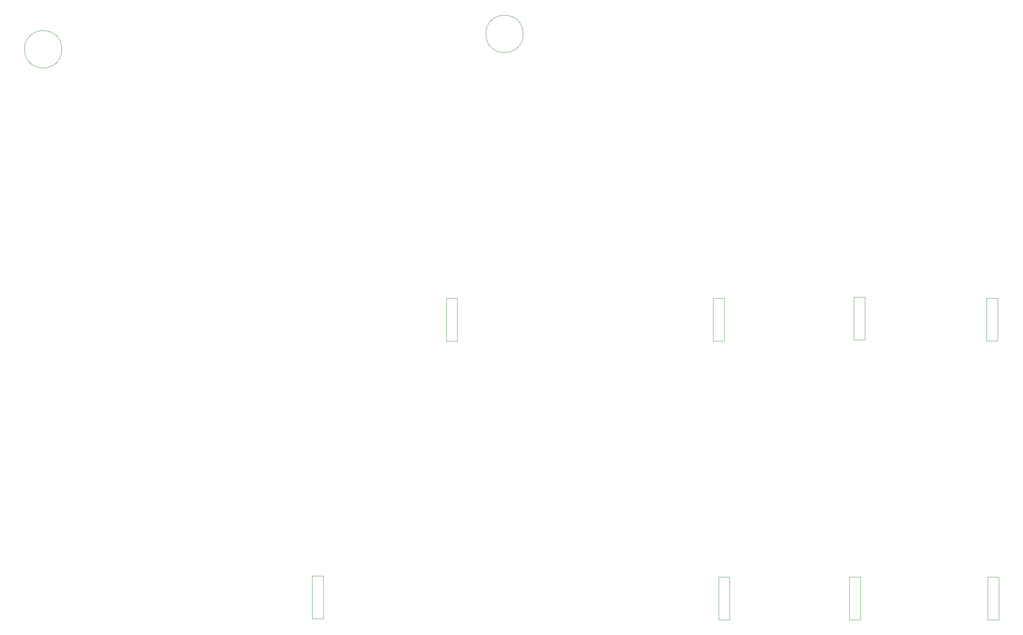
<source format=gbr>
G04 #@! TF.GenerationSoftware,KiCad,Pcbnew,(5.0.0)*
G04 #@! TF.CreationDate,2019-08-31T23:30:06+01:00*
G04 #@! TF.ProjectId,A-FJ,412D464A2E6B696361645F7063620000,rev?*
G04 #@! TF.SameCoordinates,Original*
G04 #@! TF.FileFunction,Other,User*
%FSLAX46Y46*%
G04 Gerber Fmt 4.6, Leading zero omitted, Abs format (unit mm)*
G04 Created by KiCad (PCBNEW (5.0.0)) date 08/31/19 23:30:06*
%MOMM*%
%LPD*%
G01*
G04 APERTURE LIST*
%ADD10C,0.050000*%
G04 APERTURE END LIST*
D10*
G04 #@! TO.C,R3*
X251500000Y-159700000D02*
X249000000Y-159700000D01*
X249000000Y-159700000D02*
X249000000Y-169420000D01*
X249000000Y-169420000D02*
X251500000Y-169420000D01*
X251500000Y-169420000D02*
X251500000Y-159700000D01*
G04 #@! TO.C,R4*
X190250000Y-159700000D02*
X187750000Y-159700000D01*
X187750000Y-159700000D02*
X187750000Y-169420000D01*
X187750000Y-169420000D02*
X190250000Y-169420000D01*
X190250000Y-169420000D02*
X190250000Y-159700000D01*
G04 #@! TO.C,R5*
X128250000Y-96200000D02*
X125750000Y-96200000D01*
X125750000Y-96200000D02*
X125750000Y-105920000D01*
X125750000Y-105920000D02*
X128250000Y-105920000D01*
X128250000Y-105920000D02*
X128250000Y-96200000D01*
G04 #@! TO.C,R6*
X220000000Y-159700000D02*
X217500000Y-159700000D01*
X217500000Y-159700000D02*
X217500000Y-169420000D01*
X217500000Y-169420000D02*
X220000000Y-169420000D01*
X220000000Y-169420000D02*
X220000000Y-159700000D01*
G04 #@! TO.C,R7*
X189000000Y-96200000D02*
X186500000Y-96200000D01*
X186500000Y-96200000D02*
X186500000Y-105920000D01*
X186500000Y-105920000D02*
X189000000Y-105920000D01*
X189000000Y-105920000D02*
X189000000Y-96200000D01*
G04 #@! TO.C,R8*
X97750000Y-159450000D02*
X95250000Y-159450000D01*
X95250000Y-159450000D02*
X95250000Y-169170000D01*
X95250000Y-169170000D02*
X97750000Y-169170000D01*
X97750000Y-169170000D02*
X97750000Y-159450000D01*
G04 #@! TO.C,C1*
X38250000Y-39500000D02*
G75*
G03X38250000Y-39500000I-4250000J0D01*
G01*
G04 #@! TO.C,C2*
X143250000Y-36000000D02*
G75*
G03X143250000Y-36000000I-4250000J0D01*
G01*
G04 #@! TO.C,R1*
X251250000Y-96200000D02*
X248750000Y-96200000D01*
X248750000Y-96200000D02*
X248750000Y-105920000D01*
X248750000Y-105920000D02*
X251250000Y-105920000D01*
X251250000Y-105920000D02*
X251250000Y-96200000D01*
G04 #@! TO.C,R2*
X221000000Y-105670000D02*
X221000000Y-95950000D01*
X218500000Y-105670000D02*
X221000000Y-105670000D01*
X218500000Y-95950000D02*
X218500000Y-105670000D01*
X221000000Y-95950000D02*
X218500000Y-95950000D01*
G04 #@! TD*
M02*

</source>
